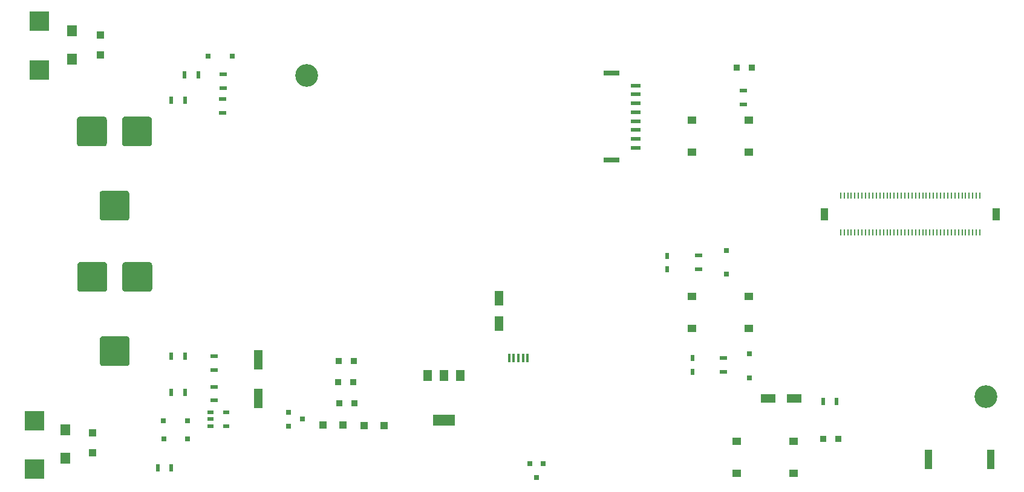
<source format=gtp>
%TF.GenerationSoftware,KiCad,Pcbnew,(2017-08-27 revision e3c64f1f0)-makepkg*%
%TF.CreationDate,2017-11-07T13:37:45+01:00*%
%TF.ProjectId,Breakout-Platine-Cube,427265616B6F75742D506C6174696E65,rev?*%
%TF.SameCoordinates,Original*%
%TF.FileFunction,Paste,Top*%
%TF.FilePolarity,Positive*%
%FSLAX46Y46*%
G04 Gerber Fmt 4.6, Leading zero omitted, Abs format (unit mm)*
G04 Created by KiCad (PCBNEW (2017-08-27 revision e3c64f1f0)-makepkg) date 11/07/17 13:37:45*
%MOMM*%
%LPD*%
G01*
G04 APERTURE LIST*
%ADD10R,1.120000X1.680000*%
%ADD11R,0.200000X0.920000*%
%ADD12R,1.040000X2.720000*%
%ADD13R,0.600000X0.960000*%
%ADD14R,0.680720X0.680720*%
%ADD15R,0.959104X0.959104*%
%ADD16R,2.800000X2.800000*%
%ADD17R,1.360000X1.600000*%
%ADD18R,0.848000X0.520000*%
%ADD19R,0.560000X1.040000*%
%ADD20R,0.720000X0.640000*%
%ADD21R,1.040000X1.040000*%
%ADD22R,1.280000X2.800000*%
%ADD23R,2.080000X1.280000*%
%ADD24R,1.280000X2.080000*%
%ADD25C,0.100000*%
%ADD26C,4.160000*%
%ADD27C,3.200200*%
%ADD28R,1.040000X0.560000*%
%ADD29R,0.360000X1.200000*%
%ADD30R,1.240000X1.040000*%
%ADD31R,0.640000X0.720000*%
%ADD32R,2.240000X0.800000*%
%ADD33R,1.440000X0.480000*%
%ADD34R,1.200000X1.600000*%
%ADD35R,3.040000X1.600000*%
G04 APERTURE END LIST*
D10*
%TO.C,U1*%
X311250832Y-119749720D03*
X287250832Y-119750000D03*
D11*
X289501664Y-117175000D03*
X289501664Y-122324720D03*
X290001664Y-117175000D03*
X290501664Y-117175000D03*
X291001664Y-117175000D03*
X291501664Y-117175000D03*
X292001664Y-117175000D03*
X292501664Y-117175000D03*
X293001664Y-117175000D03*
X293501664Y-117175000D03*
X294001664Y-117175000D03*
X294501664Y-117175000D03*
X295001664Y-117175000D03*
X295501664Y-117175000D03*
X296001664Y-117175000D03*
X296501664Y-117175000D03*
X297001664Y-117175000D03*
X297501664Y-117175000D03*
X298001664Y-117175000D03*
X298501664Y-117175000D03*
X299001664Y-117175000D03*
X299501664Y-117175000D03*
X300001664Y-117175000D03*
X300501664Y-117175000D03*
X301001664Y-117175000D03*
X301501664Y-117175000D03*
X302001664Y-117175000D03*
X302501664Y-117175000D03*
X303001664Y-117175000D03*
X303501664Y-117175000D03*
X304001664Y-117175000D03*
X304501664Y-117175000D03*
X305001664Y-117175000D03*
X305501664Y-117175000D03*
X306001664Y-117175000D03*
X306501664Y-117175000D03*
X307001664Y-117175000D03*
X307501664Y-117175000D03*
X308001664Y-117175000D03*
X308501664Y-117175000D03*
X309001664Y-117175000D03*
X290001664Y-122324720D03*
X290501664Y-122324720D03*
X291001664Y-122324720D03*
X291501664Y-122324720D03*
X292001664Y-122324720D03*
X292501664Y-122324720D03*
X293001664Y-122324720D03*
X293501664Y-122324720D03*
X294001664Y-122324720D03*
X294501664Y-122324720D03*
X295001664Y-122324720D03*
X295501664Y-122324720D03*
X296001664Y-122324720D03*
X296501664Y-122324720D03*
X297001664Y-122324720D03*
X297501664Y-122324720D03*
X298001664Y-122324720D03*
X298501664Y-122324720D03*
X299001664Y-122324720D03*
X299501664Y-122324720D03*
X300001664Y-122324720D03*
X300501664Y-122324720D03*
X301001664Y-122324720D03*
X301501664Y-122324720D03*
X302001664Y-122324720D03*
X302501664Y-122324720D03*
X303001664Y-122324720D03*
X303501664Y-122324720D03*
X304001664Y-122324720D03*
X304501664Y-122324720D03*
X305001664Y-122324720D03*
X305501664Y-122324720D03*
X306001664Y-122324720D03*
X306501664Y-122324720D03*
X307001664Y-122324720D03*
X307501664Y-122324720D03*
X308001664Y-122324720D03*
X308501664Y-122324720D03*
X309001664Y-122324720D03*
%TD*%
D12*
%TO.C,BZ1*%
X310500000Y-154150000D03*
X301800000Y-154150000D03*
%TD*%
D13*
%TO.C,C3*%
X268810000Y-139950000D03*
X268810000Y-141850000D03*
%TD*%
%TO.C,C4*%
X265190000Y-125610000D03*
X265190000Y-127510000D03*
%TD*%
D14*
%TO.C,D4*%
X198073860Y-148700000D03*
X194726140Y-148700000D03*
%TD*%
%TO.C,D3*%
X201001140Y-97600000D03*
X204348860Y-97600000D03*
%TD*%
D15*
%TO.C,LD5*%
X219250980Y-140300000D03*
X221349020Y-140300000D03*
%TD*%
D14*
%TO.C,D2*%
X273490000Y-124826140D03*
X273490000Y-128173860D03*
%TD*%
%TO.C,D1*%
X276720000Y-142713860D03*
X276720000Y-139366140D03*
%TD*%
D16*
%TO.C,F6*%
X177300000Y-92700000D03*
X177300000Y-99500000D03*
%TD*%
%TO.C,F5*%
X176650000Y-148700000D03*
X176650000Y-155500000D03*
%TD*%
D17*
%TO.C,F3*%
X181950000Y-94000000D03*
X181950000Y-98000000D03*
%TD*%
%TO.C,F2*%
X181000000Y-154000000D03*
X181000000Y-150000000D03*
%TD*%
D18*
%TO.C,U10*%
X203500000Y-147550000D03*
X203500000Y-149450000D03*
X201300000Y-149450000D03*
X201300000Y-148500000D03*
X201300000Y-147550000D03*
%TD*%
D19*
%TO.C,R17*%
X193900000Y-155350000D03*
X195800000Y-155350000D03*
%TD*%
D20*
%TO.C,Q2*%
X214200000Y-148500000D03*
X212200000Y-149450000D03*
X212200000Y-147550000D03*
%TD*%
D15*
%TO.C,LD4*%
X221299020Y-143300000D03*
X219200980Y-143300000D03*
%TD*%
%TO.C,LD3*%
X219350980Y-146300000D03*
X221449020Y-146300000D03*
%TD*%
%TO.C,LD2*%
X277049020Y-99200000D03*
X274950980Y-99200000D03*
%TD*%
D21*
%TO.C,D14*%
X185850000Y-97400000D03*
X185850000Y-94600000D03*
%TD*%
%TO.C,D13*%
X184750000Y-153250000D03*
X184750000Y-150450000D03*
%TD*%
D14*
%TO.C,D11*%
X198123860Y-151250000D03*
X194776140Y-151250000D03*
%TD*%
D21*
%TO.C,D7*%
X217030000Y-149330000D03*
X219830000Y-149330000D03*
%TD*%
%TO.C,D6*%
X225590000Y-149360000D03*
X222790000Y-149360000D03*
%TD*%
D22*
%TO.C,C8*%
X208000000Y-145600000D03*
X208000000Y-140200000D03*
%TD*%
D23*
%TO.C,C7*%
X279400000Y-145600000D03*
X283000000Y-145600000D03*
%TD*%
D24*
%TO.C,C5*%
X241700000Y-131500000D03*
X241700000Y-135100000D03*
%TD*%
D25*
%TO.C,U7*%
G36*
X189554775Y-116472003D02*
X189595158Y-116477993D01*
X189634758Y-116487913D01*
X189673196Y-116501666D01*
X189710101Y-116519121D01*
X189745117Y-116540109D01*
X189777908Y-116564428D01*
X189808156Y-116591844D01*
X189835572Y-116622092D01*
X189859891Y-116654883D01*
X189880879Y-116689899D01*
X189898334Y-116726804D01*
X189912087Y-116765242D01*
X189922007Y-116804842D01*
X189927997Y-116845225D01*
X189930000Y-116886000D01*
X189930000Y-120214000D01*
X189927997Y-120254775D01*
X189922007Y-120295158D01*
X189912087Y-120334758D01*
X189898334Y-120373196D01*
X189880879Y-120410101D01*
X189859891Y-120445117D01*
X189835572Y-120477908D01*
X189808156Y-120508156D01*
X189777908Y-120535572D01*
X189745117Y-120559891D01*
X189710101Y-120580879D01*
X189673196Y-120598334D01*
X189634758Y-120612087D01*
X189595158Y-120622007D01*
X189554775Y-120627997D01*
X189514000Y-120630000D01*
X186186000Y-120630000D01*
X186145225Y-120627997D01*
X186104842Y-120622007D01*
X186065242Y-120612087D01*
X186026804Y-120598334D01*
X185989899Y-120580879D01*
X185954883Y-120559891D01*
X185922092Y-120535572D01*
X185891844Y-120508156D01*
X185864428Y-120477908D01*
X185840109Y-120445117D01*
X185819121Y-120410101D01*
X185801666Y-120373196D01*
X185787913Y-120334758D01*
X185777993Y-120295158D01*
X185772003Y-120254775D01*
X185770000Y-120214000D01*
X185770000Y-116886000D01*
X185772003Y-116845225D01*
X185777993Y-116804842D01*
X185787913Y-116765242D01*
X185801666Y-116726804D01*
X185819121Y-116689899D01*
X185840109Y-116654883D01*
X185864428Y-116622092D01*
X185891844Y-116591844D01*
X185922092Y-116564428D01*
X185954883Y-116540109D01*
X185989899Y-116519121D01*
X186026804Y-116501666D01*
X186065242Y-116487913D01*
X186104842Y-116477993D01*
X186145225Y-116472003D01*
X186186000Y-116470000D01*
X189514000Y-116470000D01*
X189554775Y-116472003D01*
X189554775Y-116472003D01*
G37*
D26*
X187850000Y-118550000D03*
D25*
G36*
X186404775Y-106072003D02*
X186445158Y-106077993D01*
X186484758Y-106087913D01*
X186523196Y-106101666D01*
X186560101Y-106119121D01*
X186595117Y-106140109D01*
X186627908Y-106164428D01*
X186658156Y-106191844D01*
X186685572Y-106222092D01*
X186709891Y-106254883D01*
X186730879Y-106289899D01*
X186748334Y-106326804D01*
X186762087Y-106365242D01*
X186772007Y-106404842D01*
X186777997Y-106445225D01*
X186780000Y-106486000D01*
X186780000Y-109814000D01*
X186777997Y-109854775D01*
X186772007Y-109895158D01*
X186762087Y-109934758D01*
X186748334Y-109973196D01*
X186730879Y-110010101D01*
X186709891Y-110045117D01*
X186685572Y-110077908D01*
X186658156Y-110108156D01*
X186627908Y-110135572D01*
X186595117Y-110159891D01*
X186560101Y-110180879D01*
X186523196Y-110198334D01*
X186484758Y-110212087D01*
X186445158Y-110222007D01*
X186404775Y-110227997D01*
X186364000Y-110230000D01*
X183036000Y-110230000D01*
X182995225Y-110227997D01*
X182954842Y-110222007D01*
X182915242Y-110212087D01*
X182876804Y-110198334D01*
X182839899Y-110180879D01*
X182804883Y-110159891D01*
X182772092Y-110135572D01*
X182741844Y-110108156D01*
X182714428Y-110077908D01*
X182690109Y-110045117D01*
X182669121Y-110010101D01*
X182651666Y-109973196D01*
X182637913Y-109934758D01*
X182627993Y-109895158D01*
X182622003Y-109854775D01*
X182620000Y-109814000D01*
X182620000Y-106486000D01*
X182622003Y-106445225D01*
X182627993Y-106404842D01*
X182637913Y-106365242D01*
X182651666Y-106326804D01*
X182669121Y-106289899D01*
X182690109Y-106254883D01*
X182714428Y-106222092D01*
X182741844Y-106191844D01*
X182772092Y-106164428D01*
X182804883Y-106140109D01*
X182839899Y-106119121D01*
X182876804Y-106101666D01*
X182915242Y-106087913D01*
X182954842Y-106077993D01*
X182995225Y-106072003D01*
X183036000Y-106070000D01*
X186364000Y-106070000D01*
X186404775Y-106072003D01*
X186404775Y-106072003D01*
G37*
D26*
X184700000Y-108150000D03*
D25*
G36*
X192704775Y-106072003D02*
X192745158Y-106077993D01*
X192784758Y-106087913D01*
X192823196Y-106101666D01*
X192860101Y-106119121D01*
X192895117Y-106140109D01*
X192927908Y-106164428D01*
X192958156Y-106191844D01*
X192985572Y-106222092D01*
X193009891Y-106254883D01*
X193030879Y-106289899D01*
X193048334Y-106326804D01*
X193062087Y-106365242D01*
X193072007Y-106404842D01*
X193077997Y-106445225D01*
X193080000Y-106486000D01*
X193080000Y-109814000D01*
X193077997Y-109854775D01*
X193072007Y-109895158D01*
X193062087Y-109934758D01*
X193048334Y-109973196D01*
X193030879Y-110010101D01*
X193009891Y-110045117D01*
X192985572Y-110077908D01*
X192958156Y-110108156D01*
X192927908Y-110135572D01*
X192895117Y-110159891D01*
X192860101Y-110180879D01*
X192823196Y-110198334D01*
X192784758Y-110212087D01*
X192745158Y-110222007D01*
X192704775Y-110227997D01*
X192664000Y-110230000D01*
X189336000Y-110230000D01*
X189295225Y-110227997D01*
X189254842Y-110222007D01*
X189215242Y-110212087D01*
X189176804Y-110198334D01*
X189139899Y-110180879D01*
X189104883Y-110159891D01*
X189072092Y-110135572D01*
X189041844Y-110108156D01*
X189014428Y-110077908D01*
X188990109Y-110045117D01*
X188969121Y-110010101D01*
X188951666Y-109973196D01*
X188937913Y-109934758D01*
X188927993Y-109895158D01*
X188922003Y-109854775D01*
X188920000Y-109814000D01*
X188920000Y-106486000D01*
X188922003Y-106445225D01*
X188927993Y-106404842D01*
X188937913Y-106365242D01*
X188951666Y-106326804D01*
X188969121Y-106289899D01*
X188990109Y-106254883D01*
X189014428Y-106222092D01*
X189041844Y-106191844D01*
X189072092Y-106164428D01*
X189104883Y-106140109D01*
X189139899Y-106119121D01*
X189176804Y-106101666D01*
X189215242Y-106087913D01*
X189254842Y-106077993D01*
X189295225Y-106072003D01*
X189336000Y-106070000D01*
X192664000Y-106070000D01*
X192704775Y-106072003D01*
X192704775Y-106072003D01*
G37*
D26*
X191000000Y-108150000D03*
%TD*%
D19*
%TO.C,R11*%
X195810000Y-144710000D03*
X197710000Y-144710000D03*
%TD*%
%TO.C,R13*%
X195810000Y-139660000D03*
X197710000Y-139660000D03*
%TD*%
D27*
%TO.C,REF\002A\002A*%
X214800000Y-100300000D03*
%TD*%
%TO.C,REF\002A\002A*%
X309800000Y-145300000D03*
%TD*%
D28*
%TO.C,R3*%
X203050000Y-102050000D03*
X203050000Y-100150000D03*
%TD*%
%TO.C,R1*%
X202954382Y-105532806D03*
X202954382Y-103632806D03*
%TD*%
%TO.C,R7*%
X269590000Y-127450000D03*
X269590000Y-125550000D03*
%TD*%
D19*
%TO.C,R10*%
X199575000Y-100200000D03*
X197675000Y-100200000D03*
%TD*%
D29*
%TO.C,J24*%
X245700000Y-139900000D03*
X243100000Y-139900000D03*
X245050000Y-139900000D03*
X243750000Y-139900000D03*
X244400000Y-139900000D03*
%TD*%
D28*
%TO.C,R2*%
X201800822Y-141600000D03*
X201800822Y-139700000D03*
%TD*%
%TO.C,R4*%
X201800000Y-145850000D03*
X201800000Y-143950000D03*
%TD*%
%TO.C,R5*%
X275900000Y-104350000D03*
X275900000Y-102450000D03*
%TD*%
%TO.C,R6*%
X273070000Y-139950000D03*
X273070000Y-141850000D03*
%TD*%
D19*
%TO.C,R9*%
X287050000Y-146000000D03*
X288950000Y-146000000D03*
%TD*%
%TO.C,R12*%
X195836071Y-103801687D03*
X197736071Y-103801687D03*
%TD*%
D30*
%TO.C,SW1*%
X274995000Y-156130000D03*
X282945000Y-156130000D03*
X274995000Y-151630000D03*
X282945000Y-151630000D03*
%TD*%
%TO.C,SW2*%
X276675000Y-131250000D03*
X268725000Y-131250000D03*
X276675000Y-135750000D03*
X268725000Y-135750000D03*
%TD*%
%TO.C,SW3*%
X268725000Y-111050000D03*
X276675000Y-111050000D03*
X268725000Y-106550000D03*
X276675000Y-106550000D03*
%TD*%
D31*
%TO.C,Q1*%
X246950000Y-156710000D03*
X246000000Y-154710000D03*
X247900000Y-154710000D03*
%TD*%
D15*
%TO.C,LD1*%
X287080980Y-151280000D03*
X289179020Y-151280000D03*
%TD*%
D32*
%TO.C,J15*%
X257450000Y-112175000D03*
X257450000Y-99975000D03*
D33*
X260800000Y-101700000D03*
X260800000Y-102950000D03*
X260800000Y-104200000D03*
X260800000Y-105450000D03*
X260800000Y-106700000D03*
X260800000Y-107950000D03*
X260800000Y-109200000D03*
X260800000Y-110450000D03*
%TD*%
D34*
%TO.C,U9*%
X236300000Y-142350000D03*
X231700000Y-142350000D03*
X234000000Y-142350000D03*
D35*
X234000000Y-148650000D03*
%TD*%
D25*
%TO.C,U8*%
G36*
X189604775Y-136872003D02*
X189645158Y-136877993D01*
X189684758Y-136887913D01*
X189723196Y-136901666D01*
X189760101Y-136919121D01*
X189795117Y-136940109D01*
X189827908Y-136964428D01*
X189858156Y-136991844D01*
X189885572Y-137022092D01*
X189909891Y-137054883D01*
X189930879Y-137089899D01*
X189948334Y-137126804D01*
X189962087Y-137165242D01*
X189972007Y-137204842D01*
X189977997Y-137245225D01*
X189980000Y-137286000D01*
X189980000Y-140614000D01*
X189977997Y-140654775D01*
X189972007Y-140695158D01*
X189962087Y-140734758D01*
X189948334Y-140773196D01*
X189930879Y-140810101D01*
X189909891Y-140845117D01*
X189885572Y-140877908D01*
X189858156Y-140908156D01*
X189827908Y-140935572D01*
X189795117Y-140959891D01*
X189760101Y-140980879D01*
X189723196Y-140998334D01*
X189684758Y-141012087D01*
X189645158Y-141022007D01*
X189604775Y-141027997D01*
X189564000Y-141030000D01*
X186236000Y-141030000D01*
X186195225Y-141027997D01*
X186154842Y-141022007D01*
X186115242Y-141012087D01*
X186076804Y-140998334D01*
X186039899Y-140980879D01*
X186004883Y-140959891D01*
X185972092Y-140935572D01*
X185941844Y-140908156D01*
X185914428Y-140877908D01*
X185890109Y-140845117D01*
X185869121Y-140810101D01*
X185851666Y-140773196D01*
X185837913Y-140734758D01*
X185827993Y-140695158D01*
X185822003Y-140654775D01*
X185820000Y-140614000D01*
X185820000Y-137286000D01*
X185822003Y-137245225D01*
X185827993Y-137204842D01*
X185837913Y-137165242D01*
X185851666Y-137126804D01*
X185869121Y-137089899D01*
X185890109Y-137054883D01*
X185914428Y-137022092D01*
X185941844Y-136991844D01*
X185972092Y-136964428D01*
X186004883Y-136940109D01*
X186039899Y-136919121D01*
X186076804Y-136901666D01*
X186115242Y-136887913D01*
X186154842Y-136877993D01*
X186195225Y-136872003D01*
X186236000Y-136870000D01*
X189564000Y-136870000D01*
X189604775Y-136872003D01*
X189604775Y-136872003D01*
G37*
D26*
X187900000Y-138950000D03*
D25*
G36*
X186454775Y-126472003D02*
X186495158Y-126477993D01*
X186534758Y-126487913D01*
X186573196Y-126501666D01*
X186610101Y-126519121D01*
X186645117Y-126540109D01*
X186677908Y-126564428D01*
X186708156Y-126591844D01*
X186735572Y-126622092D01*
X186759891Y-126654883D01*
X186780879Y-126689899D01*
X186798334Y-126726804D01*
X186812087Y-126765242D01*
X186822007Y-126804842D01*
X186827997Y-126845225D01*
X186830000Y-126886000D01*
X186830000Y-130214000D01*
X186827997Y-130254775D01*
X186822007Y-130295158D01*
X186812087Y-130334758D01*
X186798334Y-130373196D01*
X186780879Y-130410101D01*
X186759891Y-130445117D01*
X186735572Y-130477908D01*
X186708156Y-130508156D01*
X186677908Y-130535572D01*
X186645117Y-130559891D01*
X186610101Y-130580879D01*
X186573196Y-130598334D01*
X186534758Y-130612087D01*
X186495158Y-130622007D01*
X186454775Y-130627997D01*
X186414000Y-130630000D01*
X183086000Y-130630000D01*
X183045225Y-130627997D01*
X183004842Y-130622007D01*
X182965242Y-130612087D01*
X182926804Y-130598334D01*
X182889899Y-130580879D01*
X182854883Y-130559891D01*
X182822092Y-130535572D01*
X182791844Y-130508156D01*
X182764428Y-130477908D01*
X182740109Y-130445117D01*
X182719121Y-130410101D01*
X182701666Y-130373196D01*
X182687913Y-130334758D01*
X182677993Y-130295158D01*
X182672003Y-130254775D01*
X182670000Y-130214000D01*
X182670000Y-126886000D01*
X182672003Y-126845225D01*
X182677993Y-126804842D01*
X182687913Y-126765242D01*
X182701666Y-126726804D01*
X182719121Y-126689899D01*
X182740109Y-126654883D01*
X182764428Y-126622092D01*
X182791844Y-126591844D01*
X182822092Y-126564428D01*
X182854883Y-126540109D01*
X182889899Y-126519121D01*
X182926804Y-126501666D01*
X182965242Y-126487913D01*
X183004842Y-126477993D01*
X183045225Y-126472003D01*
X183086000Y-126470000D01*
X186414000Y-126470000D01*
X186454775Y-126472003D01*
X186454775Y-126472003D01*
G37*
D26*
X184750000Y-128550000D03*
D25*
G36*
X192754775Y-126472003D02*
X192795158Y-126477993D01*
X192834758Y-126487913D01*
X192873196Y-126501666D01*
X192910101Y-126519121D01*
X192945117Y-126540109D01*
X192977908Y-126564428D01*
X193008156Y-126591844D01*
X193035572Y-126622092D01*
X193059891Y-126654883D01*
X193080879Y-126689899D01*
X193098334Y-126726804D01*
X193112087Y-126765242D01*
X193122007Y-126804842D01*
X193127997Y-126845225D01*
X193130000Y-126886000D01*
X193130000Y-130214000D01*
X193127997Y-130254775D01*
X193122007Y-130295158D01*
X193112087Y-130334758D01*
X193098334Y-130373196D01*
X193080879Y-130410101D01*
X193059891Y-130445117D01*
X193035572Y-130477908D01*
X193008156Y-130508156D01*
X192977908Y-130535572D01*
X192945117Y-130559891D01*
X192910101Y-130580879D01*
X192873196Y-130598334D01*
X192834758Y-130612087D01*
X192795158Y-130622007D01*
X192754775Y-130627997D01*
X192714000Y-130630000D01*
X189386000Y-130630000D01*
X189345225Y-130627997D01*
X189304842Y-130622007D01*
X189265242Y-130612087D01*
X189226804Y-130598334D01*
X189189899Y-130580879D01*
X189154883Y-130559891D01*
X189122092Y-130535572D01*
X189091844Y-130508156D01*
X189064428Y-130477908D01*
X189040109Y-130445117D01*
X189019121Y-130410101D01*
X189001666Y-130373196D01*
X188987913Y-130334758D01*
X188977993Y-130295158D01*
X188972003Y-130254775D01*
X188970000Y-130214000D01*
X188970000Y-126886000D01*
X188972003Y-126845225D01*
X188977993Y-126804842D01*
X188987913Y-126765242D01*
X189001666Y-126726804D01*
X189019121Y-126689899D01*
X189040109Y-126654883D01*
X189064428Y-126622092D01*
X189091844Y-126591844D01*
X189122092Y-126564428D01*
X189154883Y-126540109D01*
X189189899Y-126519121D01*
X189226804Y-126501666D01*
X189265242Y-126487913D01*
X189304842Y-126477993D01*
X189345225Y-126472003D01*
X189386000Y-126470000D01*
X192714000Y-126470000D01*
X192754775Y-126472003D01*
X192754775Y-126472003D01*
G37*
D26*
X191050000Y-128550000D03*
%TD*%
M02*

</source>
